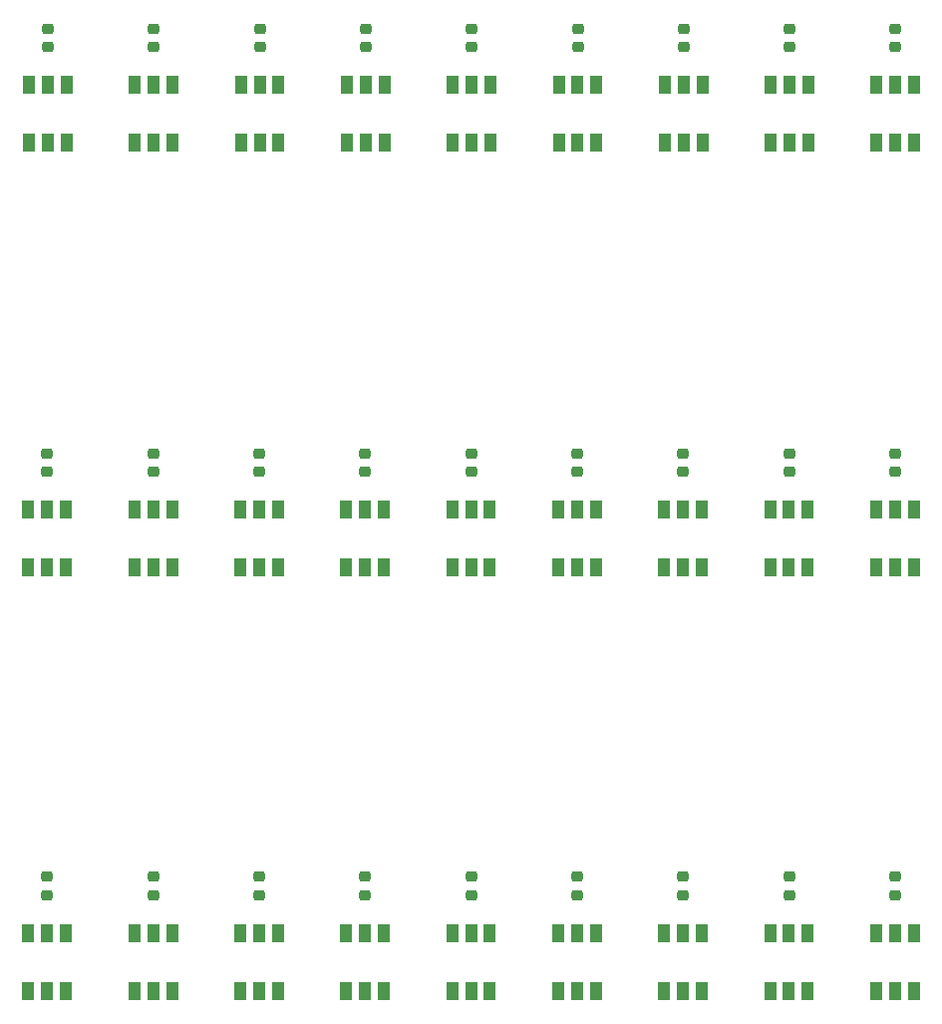
<source format=gbr>
%TF.GenerationSoftware,KiCad,Pcbnew,7.0.2*%
%TF.CreationDate,2023-08-24T09:05:18+02:00*%
%TF.ProjectId,TestingRig,54657374-696e-4675-9269-672e6b696361,rev?*%
%TF.SameCoordinates,Original*%
%TF.FileFunction,Paste,Top*%
%TF.FilePolarity,Positive*%
%FSLAX46Y46*%
G04 Gerber Fmt 4.6, Leading zero omitted, Abs format (unit mm)*
G04 Created by KiCad (PCBNEW 7.0.2) date 2023-08-24 09:05:18*
%MOMM*%
%LPD*%
G01*
G04 APERTURE LIST*
G04 Aperture macros list*
%AMRoundRect*
0 Rectangle with rounded corners*
0 $1 Rounding radius*
0 $2 $3 $4 $5 $6 $7 $8 $9 X,Y pos of 4 corners*
0 Add a 4 corners polygon primitive as box body*
4,1,4,$2,$3,$4,$5,$6,$7,$8,$9,$2,$3,0*
0 Add four circle primitives for the rounded corners*
1,1,$1+$1,$2,$3*
1,1,$1+$1,$4,$5*
1,1,$1+$1,$6,$7*
1,1,$1+$1,$8,$9*
0 Add four rect primitives between the rounded corners*
20,1,$1+$1,$2,$3,$4,$5,0*
20,1,$1+$1,$4,$5,$6,$7,0*
20,1,$1+$1,$6,$7,$8,$9,0*
20,1,$1+$1,$8,$9,$2,$3,0*%
G04 Aperture macros list end*
%ADD10RoundRect,0.225000X-0.250000X0.225000X-0.250000X-0.225000X0.250000X-0.225000X0.250000X0.225000X0*%
%ADD11R,1.000000X1.500000*%
G04 APERTURE END LIST*
D10*
%TO.C,C9*%
X178204375Y-131442819D03*
X178204375Y-132992819D03*
%TD*%
%TO.C,C16*%
X160204375Y-95517968D03*
X160204375Y-97067968D03*
%TD*%
D11*
%TO.C,D26*%
X167643125Y-69100957D03*
X169243125Y-69100957D03*
X170843125Y-69100957D03*
X170843125Y-64200957D03*
X169243125Y-64200957D03*
X167643125Y-64200957D03*
%TD*%
%TO.C,D20*%
X113643125Y-69100957D03*
X115243125Y-69100957D03*
X116843125Y-69100957D03*
X116843125Y-64200957D03*
X115243125Y-64200957D03*
X113643125Y-64200957D03*
%TD*%
%TO.C,D16*%
X158593125Y-105192968D03*
X160193125Y-105192968D03*
X161793125Y-105192968D03*
X161793125Y-100292968D03*
X160193125Y-100292968D03*
X158593125Y-100292968D03*
%TD*%
D10*
%TO.C,C1*%
X106204375Y-131442819D03*
X106204375Y-132992819D03*
%TD*%
D11*
%TO.C,D2*%
X113593125Y-141117819D03*
X115193125Y-141117819D03*
X116793125Y-141117819D03*
X116793125Y-136217819D03*
X115193125Y-136217819D03*
X113593125Y-136217819D03*
%TD*%
%TO.C,D10*%
X104593125Y-105192968D03*
X106193125Y-105192968D03*
X107793125Y-105192968D03*
X107793125Y-100292968D03*
X106193125Y-100292968D03*
X104593125Y-100292968D03*
%TD*%
D10*
%TO.C,C26*%
X169254375Y-59450957D03*
X169254375Y-61000957D03*
%TD*%
D11*
%TO.C,D7*%
X158593125Y-141117819D03*
X160193125Y-141117819D03*
X161793125Y-141117819D03*
X161793125Y-136217819D03*
X160193125Y-136217819D03*
X158593125Y-136217819D03*
%TD*%
D10*
%TO.C,C18*%
X178204375Y-95517968D03*
X178204375Y-97067968D03*
%TD*%
D11*
%TO.C,D25*%
X158643125Y-69100957D03*
X160243125Y-69100957D03*
X161843125Y-69100957D03*
X161843125Y-64200957D03*
X160243125Y-64200957D03*
X158643125Y-64200957D03*
%TD*%
%TO.C,D8*%
X167593125Y-141117819D03*
X169193125Y-141117819D03*
X170793125Y-141117819D03*
X170793125Y-136217819D03*
X169193125Y-136217819D03*
X167593125Y-136217819D03*
%TD*%
%TO.C,D9*%
X176593125Y-141117819D03*
X178193125Y-141117819D03*
X179793125Y-141117819D03*
X179793125Y-136217819D03*
X178193125Y-136217819D03*
X176593125Y-136217819D03*
%TD*%
%TO.C,D18*%
X176593125Y-105192968D03*
X178193125Y-105192968D03*
X179793125Y-105192968D03*
X179793125Y-100292968D03*
X178193125Y-100292968D03*
X176593125Y-100292968D03*
%TD*%
%TO.C,D21*%
X122643125Y-69100957D03*
X124243125Y-69100957D03*
X125843125Y-69100957D03*
X125843125Y-64200957D03*
X124243125Y-64200957D03*
X122643125Y-64200957D03*
%TD*%
%TO.C,D22*%
X131643125Y-69100957D03*
X133243125Y-69100957D03*
X134843125Y-69100957D03*
X134843125Y-64200957D03*
X133243125Y-64200957D03*
X131643125Y-64200957D03*
%TD*%
D10*
%TO.C,C4*%
X133204375Y-131442819D03*
X133204375Y-132992819D03*
%TD*%
%TO.C,C6*%
X151204375Y-131442819D03*
X151204375Y-132992819D03*
%TD*%
%TO.C,C13*%
X133204375Y-95517968D03*
X133204375Y-97067968D03*
%TD*%
%TO.C,C17*%
X169204375Y-95517968D03*
X169204375Y-97067968D03*
%TD*%
%TO.C,C7*%
X160204375Y-131442819D03*
X160204375Y-132992819D03*
%TD*%
D11*
%TO.C,D1*%
X104593125Y-141117819D03*
X106193125Y-141117819D03*
X107793125Y-141117819D03*
X107793125Y-136217819D03*
X106193125Y-136217819D03*
X104593125Y-136217819D03*
%TD*%
D10*
%TO.C,C24*%
X151254375Y-59450957D03*
X151254375Y-61000957D03*
%TD*%
D11*
%TO.C,D23*%
X140643125Y-69100957D03*
X142243125Y-69100957D03*
X143843125Y-69100957D03*
X143843125Y-64200957D03*
X142243125Y-64200957D03*
X140643125Y-64200957D03*
%TD*%
D10*
%TO.C,C15*%
X151204375Y-95517968D03*
X151204375Y-97067968D03*
%TD*%
%TO.C,C22*%
X133254375Y-59450957D03*
X133254375Y-61000957D03*
%TD*%
%TO.C,C27*%
X178254375Y-59450957D03*
X178254375Y-61000957D03*
%TD*%
%TO.C,C3*%
X124204375Y-131442819D03*
X124204375Y-132992819D03*
%TD*%
D11*
%TO.C,D19*%
X104643125Y-69100957D03*
X106243125Y-69100957D03*
X107843125Y-69100957D03*
X107843125Y-64200957D03*
X106243125Y-64200957D03*
X104643125Y-64200957D03*
%TD*%
%TO.C,D5*%
X140593125Y-141117819D03*
X142193125Y-141117819D03*
X143793125Y-141117819D03*
X143793125Y-136217819D03*
X142193125Y-136217819D03*
X140593125Y-136217819D03*
%TD*%
%TO.C,D6*%
X149593125Y-141117819D03*
X151193125Y-141117819D03*
X152793125Y-141117819D03*
X152793125Y-136217819D03*
X151193125Y-136217819D03*
X149593125Y-136217819D03*
%TD*%
%TO.C,D11*%
X113593125Y-105192968D03*
X115193125Y-105192968D03*
X116793125Y-105192968D03*
X116793125Y-100292968D03*
X115193125Y-100292968D03*
X113593125Y-100292968D03*
%TD*%
D10*
%TO.C,C10*%
X106204375Y-95517968D03*
X106204375Y-97067968D03*
%TD*%
%TO.C,C23*%
X142254375Y-59450957D03*
X142254375Y-61000957D03*
%TD*%
%TO.C,C2*%
X115204375Y-131442819D03*
X115204375Y-132992819D03*
%TD*%
%TO.C,C11*%
X115204375Y-95517968D03*
X115204375Y-97067968D03*
%TD*%
D11*
%TO.C,D17*%
X167593125Y-105192968D03*
X169193125Y-105192968D03*
X170793125Y-105192968D03*
X170793125Y-100292968D03*
X169193125Y-100292968D03*
X167593125Y-100292968D03*
%TD*%
%TO.C,D4*%
X131593125Y-141117819D03*
X133193125Y-141117819D03*
X134793125Y-141117819D03*
X134793125Y-136217819D03*
X133193125Y-136217819D03*
X131593125Y-136217819D03*
%TD*%
D10*
%TO.C,C8*%
X169204375Y-131442819D03*
X169204375Y-132992819D03*
%TD*%
%TO.C,C14*%
X142204375Y-95517968D03*
X142204375Y-97067968D03*
%TD*%
%TO.C,C20*%
X115254375Y-59450957D03*
X115254375Y-61000957D03*
%TD*%
D11*
%TO.C,D15*%
X149593125Y-105192968D03*
X151193125Y-105192968D03*
X152793125Y-105192968D03*
X152793125Y-100292968D03*
X151193125Y-100292968D03*
X149593125Y-100292968D03*
%TD*%
%TO.C,D14*%
X140593125Y-105192968D03*
X142193125Y-105192968D03*
X143793125Y-105192968D03*
X143793125Y-100292968D03*
X142193125Y-100292968D03*
X140593125Y-100292968D03*
%TD*%
%TO.C,D27*%
X176643125Y-69100957D03*
X178243125Y-69100957D03*
X179843125Y-69100957D03*
X179843125Y-64200957D03*
X178243125Y-64200957D03*
X176643125Y-64200957D03*
%TD*%
D10*
%TO.C,C19*%
X106254375Y-59450957D03*
X106254375Y-61000957D03*
%TD*%
%TO.C,C5*%
X142204375Y-131442819D03*
X142204375Y-132992819D03*
%TD*%
D11*
%TO.C,D13*%
X131593125Y-105192968D03*
X133193125Y-105192968D03*
X134793125Y-105192968D03*
X134793125Y-100292968D03*
X133193125Y-100292968D03*
X131593125Y-100292968D03*
%TD*%
D10*
%TO.C,C25*%
X160254375Y-59450957D03*
X160254375Y-61000957D03*
%TD*%
%TO.C,C12*%
X124204375Y-95517968D03*
X124204375Y-97067968D03*
%TD*%
D11*
%TO.C,D12*%
X122593125Y-105192968D03*
X124193125Y-105192968D03*
X125793125Y-105192968D03*
X125793125Y-100292968D03*
X124193125Y-100292968D03*
X122593125Y-100292968D03*
%TD*%
%TO.C,D3*%
X122593125Y-141117819D03*
X124193125Y-141117819D03*
X125793125Y-141117819D03*
X125793125Y-136217819D03*
X124193125Y-136217819D03*
X122593125Y-136217819D03*
%TD*%
D10*
%TO.C,C21*%
X124254375Y-59450957D03*
X124254375Y-61000957D03*
%TD*%
D11*
%TO.C,D24*%
X149643125Y-69100957D03*
X151243125Y-69100957D03*
X152843125Y-69100957D03*
X152843125Y-64200957D03*
X151243125Y-64200957D03*
X149643125Y-64200957D03*
%TD*%
M02*

</source>
